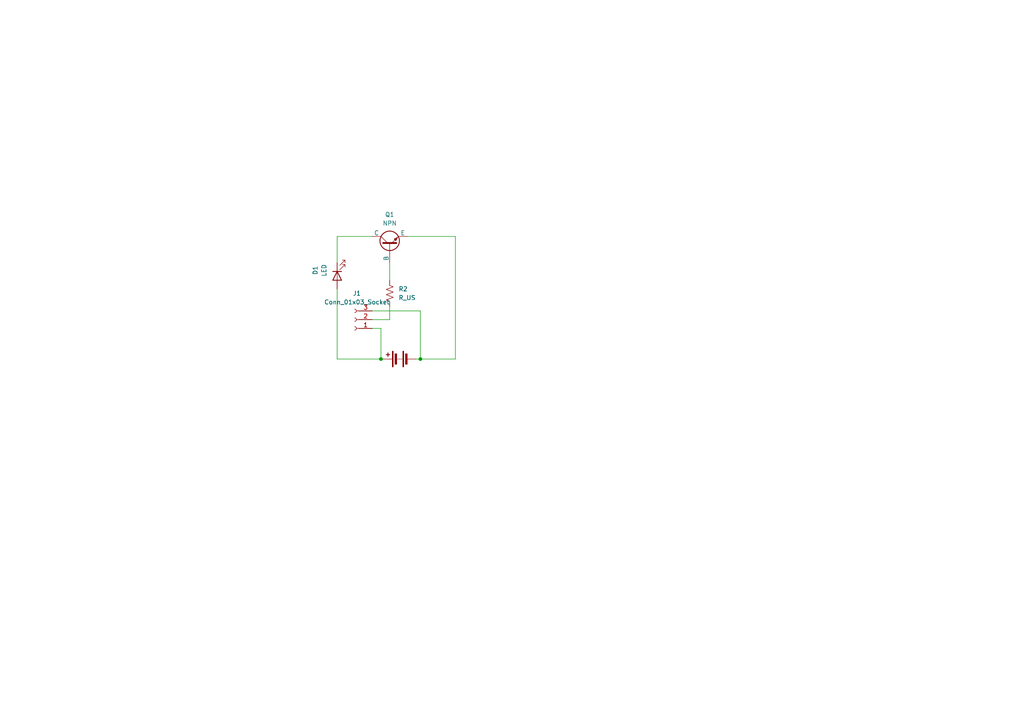
<source format=kicad_sch>
(kicad_sch (version 20230121) (generator eeschema)
  (paper "A4")
  (lib_symbols
    (symbol "Connector:Conn_01x03_Socket" (pin_names (offset 1.016) hide)
      (property "Reference" "J" (at 0 5.08 0))
      (property "Value" "Conn_01x03_Socket" (at 0 -5.08 0))
      (symbol "Conn_01x03_Socket_1_1"
        (arc (start 0 -2.032) (mid -0.5058 -2.54) (end 0 -3.048) (stroke (width 0.1524)))
        (polyline (pts (xy -1.27 -2.54) (xy -0.508 -2.54)) (stroke (width 0.1524)))
        (polyline (pts (xy -1.27 0) (xy -0.508 0)) (stroke (width 0.1524)))
        (polyline (pts (xy -1.27 2.54) (xy -0.508 2.54)) (stroke (width 0.1524)))
        (arc (start 0 0.508) (mid -0.5058 0) (end 0 -0.508) (stroke (width 0.1524)))
        (arc (start 0 3.048) (mid -0.5058 2.54) (end 0 2.032) (stroke (width 0.1524)))
        (pin passive line (at -5.08 2.54 0) (length 3.81) (name "Pin_1") (number "1"))
        (pin passive line (at -5.08 0 0) (length 3.81) (name "Pin_2") (number "2"))
        (pin passive line (at -5.08 -2.54 0) (length 3.81) (name "Pin_3") (number "3"))
      )
    )
    (symbol "Device:Battery" (pin_numbers hide) (pin_names (offset 0) hide)
      (property "Reference" "BT" (at 2.54 2.54 0))
      (property "Value" "Battery" (at 2.54 0 0))
      (symbol "Battery_0_1"
        (rectangle (start -2.286 -1.27) (end 2.286 -1.524) (fill (type outline)))
        (rectangle (start -2.286 1.778) (end 2.286 1.524) (fill (type outline)))
        (rectangle (start -1.524 -2.032) (end 1.524 -2.54) (fill (type outline)))
        (rectangle (start -1.524 1.016) (end 1.524 0.508) (fill (type outline)))
        (polyline (pts (xy 0 -1.016) (xy 0 -0.762)))
        (polyline (pts (xy 0 -0.508) (xy 0 -0.254)))
        (polyline (pts (xy 0 0) (xy 0 0.254)))
        (polyline (pts (xy 0 1.778) (xy 0 2.54)))
        (polyline (pts (xy 0.762 3.048) (xy 1.778 3.048)) (stroke (width 0.254)))
        (polyline (pts (xy 1.27 3.556) (xy 1.27 2.54)) (stroke (width 0.254)))
      )
      (symbol "Battery_1_1"
        (pin passive line (at 0 5.08 270) (length 2.54) (name "+") (number "1"))
        (pin passive line (at 0 -5.08 90) (length 2.54) (name "-") (number "2"))
      )
    )
    (symbol "Device:LED" (pin_numbers hide) (pin_names (offset 1.016) hide)
      (property "Reference" "D" (at 0 2.54 0))
      (property "Value" "LED" (at 0 -2.54 0))
      (symbol "LED_0_1"
        (polyline (pts (xy -1.27 -1.27) (xy -1.27 1.27)) (stroke (width 0.254)))
        (polyline (pts (xy -1.27 0) (xy 1.27 0)))
        (polyline (pts (xy 1.27 -1.27) (xy 1.27 1.27) (xy -1.27 0) (xy 1.27 -1.27)) (stroke (width 0.254)))
        (polyline (pts (xy -3.048 -0.762) (xy -4.572 -2.286) (xy -3.81 -2.286) (xy -4.572 -2.286) (xy -4.572 -1.524)))
        (polyline (pts (xy -1.778 -0.762) (xy -3.302 -2.286) (xy -2.54 -2.286) (xy -3.302 -2.286) (xy -3.302 -1.524)))
      )
      (symbol "LED_1_1"
        (pin passive line (at -3.81 0 0) (length 2.54) (name "K") (number "1"))
        (pin passive line (at 3.81 0 180) (length 2.54) (name "A") (number "2"))
      )
    )
    (symbol "Device:R_US" (pin_numbers hide) (pin_names (offset 0))
      (property "Reference" "R" (at 2.54 0 90))
      (property "Value" "R_US" (at -2.54 0 90))
      (symbol "R_US_0_1"
        (polyline (pts (xy 0 -2.286) (xy 0 -2.54)))
        (polyline (pts (xy 0 2.286) (xy 0 2.54)))
        (polyline (pts (xy 0 -0.762) (xy 1.016 -1.143) (xy 0 -1.524) (xy -1.016 -1.905) (xy 0 -2.286)))
        (polyline (pts (xy 0 0.762) (xy 1.016 0.381) (xy 0 0) (xy -1.016 -0.381) (xy 0 -0.762)))
        (polyline (pts (xy 0 2.286) (xy 1.016 1.905) (xy 0 1.524) (xy -1.016 1.143) (xy 0 0.762)))
      )
      (symbol "R_US_1_1"
        (pin passive line (at 0 3.81 270) (length 1.27) (name "~") (number "1"))
        (pin passive line (at 0 -3.81 90) (length 1.27) (name "~") (number "2"))
      )
    )
    (symbol "Simulation_SPICE:NPN" (pin_numbers hide) (pin_names (offset 0))
      (property "Reference" "Q" (at -2.54 7.62 0))
      (property "Value" "NPN" (at -2.54 5.08 0))
      (symbol "NPN_0_1"
        (polyline (pts (xy -2.54 0) (xy 0.635 0)) (stroke (width 0.1524)))
        (polyline (pts (xy 0.635 0.635) (xy 2.54 2.54)))
        (polyline (pts (xy 2.794 -1.27) (xy 2.794 -1.27)) (stroke (width 0.1524)))
        (polyline (pts (xy 2.794 -1.27) (xy 2.794 -1.27)) (stroke (width 0.1524)))
        (polyline (pts (xy 0.635 -0.635) (xy 2.54 -2.54) (xy 2.54 -2.54)))
        (polyline (pts (xy 0.635 1.905) (xy 0.635 -1.905) (xy 0.635 -1.905)) (stroke (width 0.508)))
        (polyline (pts (xy 1.27 -1.778) (xy 1.778 -1.27) (xy 2.286 -2.286) (xy 1.27 -1.778) (xy 1.27 -1.778)) (fill (type outline)))
        (circle (center 1.27 0) (radius 2.8194) (stroke (width 0.254)))
      )
      (symbol "NPN_1_1"
        (pin open_collector line (at 2.54 5.08 270) (length 2.54) (name "C") (number "1"))
        (pin input line (at -5.08 0 0) (length 2.54) (name "B") (number "2"))
        (pin open_emitter line (at 2.54 -5.08 90) (length 2.54) (name "E") (number "3"))
      )
    )
  )
  (junction (at 121.92 104.14))
  (junction (at 110.49 104.14))
  (wire (pts (xy 121.92 90.17) (xy 121.92 104.14)))
  (wire (pts (xy 97.79 104.14) (xy 97.79 83.82)))
  (wire (pts (xy 132.08 104.14) (xy 132.08 68.58)))
  (wire (pts (xy 113.03 76.2) (xy 113.03 81.28)))
  (wire (pts (xy 107.95 90.17) (xy 121.92 90.17)))
  (wire (pts (xy 110.49 104.14) (xy 97.79 104.14)))
  (wire (pts (xy 118.11 68.58) (xy 132.08 68.58)))
  (wire (pts (xy 97.79 68.58) (xy 107.95 68.58)))
  (wire (pts (xy 107.95 95.25) (xy 110.49 95.25)))
  (wire (pts (xy 107.95 92.71) (xy 113.03 92.71)))
  (wire (pts (xy 110.49 95.25) (xy 110.49 104.14)))
  (wire (pts (xy 120.65 104.14) (xy 121.92 104.14)))
  (wire (pts (xy 97.79 76.2) (xy 97.79 68.58)))
  (wire (pts (xy 113.03 92.71) (xy 113.03 88.9)))
  (wire (pts (xy 121.92 104.14) (xy 132.08 104.14)))
  (symbol (lib_id "Device:LED") (at 97.79 80.01 90) (mirror x) (unit 1)
    (property "Reference" "D1" (at 91.44 78.4225 0))
    (property "Value" "LED" (at 93.98 78.4225 0))
    (property "Footprint" "LED_THT:LED_D5.0mm" (effects hide))
  )
  (symbol (lib_id "Device:Battery") (at 115.57 104.14 90) (unit 1)
    (property "Reference" "BT1" (effects hide))
    (property "Value" "Battery" (effects hide))
    (property "Footprint" "Battery:BatteryHolder_Keystone_2462_2xAA" (effects hide))
  )
  (symbol (lib_id "Simulation_SPICE:NPN") (at 113.03 71.12 90) (unit 1)
    (property "Reference" "Q1" (at 113.03 62.23 90))
    (property "Value" "NPN" (at 113.03 64.77 90))
    (property "Sim.Device" "NPN" (effects hide))
    (property "Sim.Type" "GUMMELPOON" (effects hide))
    (property "Sim.Pins" "1=C 2=B 3=E" (effects hide))
  )
  (symbol (lib_id "Connector:Conn_01x03_Socket") (at 102.87 92.71 180) (unit 1)
    (property "Reference" "J1" (at 103.505 85.09 0))
    (property "Value" "Conn_01x03_Socket" (at 103.505 87.63 0))
  )
  (symbol (lib_id "Device:R_US") (at 113.03 85.09 0) (unit 1)
    (property "Reference" "R2" (at 115.57 83.82 0) (effects (justify left)))
    (property "Value" "R_US" (at 115.57 86.36 0) (effects (justify left)))
    (property "Footprint" "Resistor_SMD:R_0805_2012Metric" (effects hide))
  )
)
</source>
